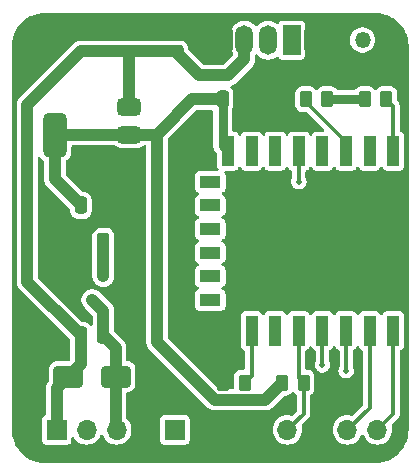
<source format=gtl>
%TF.GenerationSoftware,KiCad,Pcbnew,8.0.7*%
%TF.CreationDate,2025-01-03T22:16:07+08:00*%
%TF.ProjectId,remote_fingers_ESP8266,72656d6f-7465-45f6-9669-6e676572735f,rev?*%
%TF.SameCoordinates,Original*%
%TF.FileFunction,Copper,L1,Top*%
%TF.FilePolarity,Positive*%
%FSLAX46Y46*%
G04 Gerber Fmt 4.6, Leading zero omitted, Abs format (unit mm)*
G04 Created by KiCad (PCBNEW 8.0.7) date 2025-01-03 22:16:07*
%MOMM*%
%LPD*%
G01*
G04 APERTURE LIST*
G04 Aperture macros list*
%AMRoundRect*
0 Rectangle with rounded corners*
0 $1 Rounding radius*
0 $2 $3 $4 $5 $6 $7 $8 $9 X,Y pos of 4 corners*
0 Add a 4 corners polygon primitive as box body*
4,1,4,$2,$3,$4,$5,$6,$7,$8,$9,$2,$3,0*
0 Add four circle primitives for the rounded corners*
1,1,$1+$1,$2,$3*
1,1,$1+$1,$4,$5*
1,1,$1+$1,$6,$7*
1,1,$1+$1,$8,$9*
0 Add four rect primitives between the rounded corners*
20,1,$1+$1,$2,$3,$4,$5,0*
20,1,$1+$1,$4,$5,$6,$7,0*
20,1,$1+$1,$6,$7,$8,$9,0*
20,1,$1+$1,$8,$9,$2,$3,0*%
G04 Aperture macros list end*
%TA.AperFunction,SMDPad,CuDef*%
%ADD10R,1.000000X2.500000*%
%TD*%
%TA.AperFunction,SMDPad,CuDef*%
%ADD11R,1.800000X1.000000*%
%TD*%
%TA.AperFunction,SMDPad,CuDef*%
%ADD12RoundRect,0.375000X0.625000X0.375000X-0.625000X0.375000X-0.625000X-0.375000X0.625000X-0.375000X0*%
%TD*%
%TA.AperFunction,SMDPad,CuDef*%
%ADD13RoundRect,0.500000X0.500000X1.400000X-0.500000X1.400000X-0.500000X-1.400000X0.500000X-1.400000X0*%
%TD*%
%TA.AperFunction,ComponentPad*%
%ADD14O,2.200000X3.500000*%
%TD*%
%TA.AperFunction,ComponentPad*%
%ADD15R,1.500000X2.500000*%
%TD*%
%TA.AperFunction,ComponentPad*%
%ADD16O,1.500000X2.500000*%
%TD*%
%TA.AperFunction,SMDPad,CuDef*%
%ADD17RoundRect,0.250000X0.262500X0.450000X-0.262500X0.450000X-0.262500X-0.450000X0.262500X-0.450000X0*%
%TD*%
%TA.AperFunction,SMDPad,CuDef*%
%ADD18RoundRect,0.250000X-0.262500X-0.450000X0.262500X-0.450000X0.262500X0.450000X-0.262500X0.450000X0*%
%TD*%
%TA.AperFunction,SMDPad,CuDef*%
%ADD19RoundRect,0.200000X-0.200000X0.250000X-0.200000X-0.250000X0.200000X-0.250000X0.200000X0.250000X0*%
%TD*%
%TA.AperFunction,ComponentPad*%
%ADD20R,1.700000X1.700000*%
%TD*%
%TA.AperFunction,ComponentPad*%
%ADD21O,1.700000X1.700000*%
%TD*%
%TA.AperFunction,ComponentPad*%
%ADD22R,1.350000X1.350000*%
%TD*%
%TA.AperFunction,ComponentPad*%
%ADD23O,1.350000X1.350000*%
%TD*%
%TA.AperFunction,SMDPad,CuDef*%
%ADD24RoundRect,0.250000X-1.000000X-0.650000X1.000000X-0.650000X1.000000X0.650000X-1.000000X0.650000X0*%
%TD*%
%TA.AperFunction,SMDPad,CuDef*%
%ADD25RoundRect,0.250000X0.250000X0.475000X-0.250000X0.475000X-0.250000X-0.475000X0.250000X-0.475000X0*%
%TD*%
%TA.AperFunction,SMDPad,CuDef*%
%ADD26RoundRect,0.250000X-0.475000X0.250000X-0.475000X-0.250000X0.475000X-0.250000X0.475000X0.250000X0*%
%TD*%
%TA.AperFunction,ViaPad*%
%ADD27C,0.500000*%
%TD*%
%TA.AperFunction,Conductor*%
%ADD28C,0.300000*%
%TD*%
%TA.AperFunction,Conductor*%
%ADD29C,1.000000*%
%TD*%
%TA.AperFunction,Conductor*%
%ADD30C,0.800000*%
%TD*%
G04 APERTURE END LIST*
D10*
%TO.P,U2,1,~{RST}*%
%TO.N,/#RST*%
X103500000Y-92400000D03*
%TO.P,U2,2,ADC*%
%TO.N,unconnected-(U2-ADC-Pad2)*%
X101500000Y-92400000D03*
%TO.P,U2,3,EN*%
%TO.N,/EN*%
X99500000Y-92400000D03*
%TO.P,U2,4,GPIO16*%
%TO.N,unconnected-(U2-GPIO16-Pad4)*%
X97500000Y-92400000D03*
%TO.P,U2,5,GPIO14*%
%TO.N,/SERVOS_EN*%
X95500000Y-92400000D03*
%TO.P,U2,6,GPIO12*%
%TO.N,unconnected-(U2-GPIO12-Pad6)*%
X93500000Y-92400000D03*
%TO.P,U2,7,GPIO13*%
%TO.N,unconnected-(U2-GPIO13-Pad7)*%
X91500000Y-92400000D03*
%TO.P,U2,8,VCC*%
%TO.N,+3.3V*%
X89500000Y-92400000D03*
D11*
%TO.P,U2,9,CS0*%
%TO.N,unconnected-(U2-CS0-Pad9)*%
X88000000Y-95000000D03*
%TO.P,U2,10,MISO*%
%TO.N,unconnected-(U2-MISO-Pad10)*%
X88000000Y-97000000D03*
%TO.P,U2,11,GPIO9*%
%TO.N,unconnected-(U2-GPIO9-Pad11)*%
X88000000Y-99000000D03*
%TO.P,U2,12,GPIO10*%
%TO.N,unconnected-(U2-GPIO10-Pad12)*%
X88000000Y-101000000D03*
%TO.P,U2,13,MOSI*%
%TO.N,unconnected-(U2-MOSI-Pad13)*%
X88000000Y-103000000D03*
%TO.P,U2,14,SCLK*%
%TO.N,unconnected-(U2-SCLK-Pad14)*%
X88000000Y-105000000D03*
D10*
%TO.P,U2,15,GND*%
%TO.N,GND*%
X89500000Y-107600000D03*
%TO.P,U2,16,GPIO15*%
%TO.N,Net-(U2-GPIO15)*%
X91500000Y-107600000D03*
%TO.P,U2,17,GPIO2*%
%TO.N,unconnected-(U2-GPIO2-Pad17)*%
X93500000Y-107600000D03*
%TO.P,U2,18,GPIO0*%
%TO.N,/GPIO0*%
X95500000Y-107600000D03*
%TO.P,U2,19,GPIO4*%
%TO.N,/GPIO4*%
X97500000Y-107600000D03*
%TO.P,U2,20,GPIO5*%
%TO.N,/GPIO5*%
X99500000Y-107600000D03*
%TO.P,U2,21,GPIO3/RXD*%
%TO.N,/RXD*%
X101500000Y-107600000D03*
%TO.P,U2,22,GPIO1/TXD*%
%TO.N,/TXD*%
X103500000Y-107600000D03*
%TD*%
D12*
%TO.P,U1,1,GND*%
%TO.N,GND*%
X81150000Y-93300000D03*
%TO.P,U1,2,VO*%
%TO.N,+3.3V*%
X81150000Y-91000000D03*
D13*
X74850000Y-91000000D03*
D12*
%TO.P,U1,3,VI*%
%TO.N,VBUS*%
X81150000Y-88700000D03*
%TD*%
D14*
%TO.P,SW1,*%
%TO.N,GND*%
X97000000Y-83000000D03*
X88800000Y-83000000D03*
D15*
%TO.P,SW1,1,A*%
%TO.N,unconnected-(SW1-A-Pad1)*%
X94900000Y-83000000D03*
D16*
%TO.P,SW1,2,B*%
%TO.N,+BATT*%
X92900000Y-83000000D03*
%TO.P,SW1,3,C*%
%TO.N,VBUS*%
X90900000Y-83000000D03*
%TD*%
D17*
%TO.P,R6,2*%
%TO.N,GND*%
X89087500Y-112000000D03*
%TO.P,R6,1*%
%TO.N,Net-(U2-GPIO15)*%
X90912500Y-112000000D03*
%TD*%
D18*
%TO.P,R5,1*%
%TO.N,GND*%
X77087500Y-100000000D03*
%TO.P,R5,2*%
%TO.N,/SERVOS_EN*%
X78912500Y-100000000D03*
%TD*%
D17*
%TO.P,R4,1*%
%TO.N,+3.3V*%
X97912500Y-88000000D03*
%TO.P,R4,2*%
%TO.N,/EN*%
X96087500Y-88000000D03*
%TD*%
%TO.P,R3,1*%
%TO.N,/GPIO0*%
X95912500Y-112000000D03*
%TO.P,R3,2*%
%TO.N,+3.3V*%
X94087500Y-112000000D03*
%TD*%
D18*
%TO.P,R2,1*%
%TO.N,+3.3V*%
X101087500Y-88000000D03*
%TO.P,R2,2*%
%TO.N,/#RST*%
X102912500Y-88000000D03*
%TD*%
D19*
%TO.P,Q1,1,G*%
%TO.N,/SERVOS_EN*%
X78950000Y-103000000D03*
%TO.P,Q1,2,S*%
%TO.N,GND*%
X77050000Y-103000000D03*
%TO.P,Q1,3,D*%
%TO.N,Net-(D1-A)*%
X78000000Y-105000000D03*
%TD*%
D20*
%TO.P,J4,1*%
%TO.N,/GPIO5*%
X85000000Y-116000000D03*
D21*
%TO.P,J4,2*%
%TO.N,GND*%
X87540000Y-116000000D03*
%TD*%
D20*
%TO.P,J3,1*%
%TO.N,GND*%
X92000000Y-116000000D03*
D21*
%TO.P,J3,2*%
%TO.N,/GPIO0*%
X94540000Y-116000000D03*
%TO.P,J3,3*%
%TO.N,GND*%
X97080000Y-116000000D03*
%TO.P,J3,4*%
%TO.N,/RXD*%
X99620000Y-116000000D03*
%TO.P,J3,5*%
%TO.N,/TXD*%
X102160000Y-116000000D03*
%TD*%
D20*
%TO.P,J2,1*%
%TO.N,VBUS*%
X75000000Y-116000000D03*
D21*
%TO.P,J2,2*%
%TO.N,/GPIO4*%
X77540000Y-116000000D03*
%TO.P,J2,3*%
%TO.N,Net-(D1-A)*%
X80080000Y-116000000D03*
%TD*%
D22*
%TO.P,J1,1*%
%TO.N,GND*%
X102900000Y-83000000D03*
D23*
%TO.P,J1,2*%
%TO.N,+BATT*%
X100900000Y-83000000D03*
%TD*%
D24*
%TO.P,D1,2,A*%
%TO.N,Net-(D1-A)*%
X80000000Y-111500000D03*
%TO.P,D1,1,K*%
%TO.N,VBUS*%
X76000000Y-111500000D03*
%TD*%
D25*
%TO.P,C7,1*%
%TO.N,Net-(D1-A)*%
X78950000Y-108000000D03*
%TO.P,C7,2*%
%TO.N,VBUS*%
X77050000Y-108000000D03*
%TD*%
%TO.P,C6,1*%
%TO.N,GND*%
X90950000Y-88000000D03*
%TO.P,C6,2*%
%TO.N,+3.3V*%
X89050000Y-88000000D03*
%TD*%
%TO.P,C3,2*%
%TO.N,+3.3V*%
X77050000Y-97000000D03*
%TO.P,C3,1*%
%TO.N,GND*%
X78950000Y-97000000D03*
%TD*%
D26*
%TO.P,C2,1*%
%TO.N,GND*%
X82500000Y-82050000D03*
%TO.P,C2,2*%
%TO.N,VBUS*%
X82500000Y-83950000D03*
%TD*%
%TO.P,C1,2*%
%TO.N,VBUS*%
X85000000Y-83950000D03*
%TO.P,C1,1*%
%TO.N,GND*%
X85000000Y-82050000D03*
%TD*%
D27*
%TO.N,GND*%
X92000000Y-90000000D03*
X95500000Y-90000000D03*
X72500000Y-113000000D03*
X72500000Y-109500000D03*
X72000000Y-106000000D03*
X72500000Y-85500000D03*
X73500000Y-83000000D03*
X76500000Y-82000000D03*
X80000000Y-82000000D03*
X78000000Y-93000000D03*
X81500000Y-99000000D03*
X81500000Y-104500000D03*
X81500000Y-108000000D03*
X75000000Y-103500000D03*
X75000000Y-100000000D03*
X75000000Y-97500000D03*
X75000000Y-109000000D03*
X82500000Y-115500000D03*
X82500000Y-112000000D03*
X86500000Y-114000000D03*
X94500000Y-114000000D03*
X98500000Y-113500000D03*
X102000000Y-96000000D03*
X102000000Y-103500000D03*
X97000000Y-103500000D03*
X91000000Y-103500000D03*
X91000000Y-96000000D03*
X85500000Y-107500000D03*
X85500000Y-103500000D03*
X85500000Y-99500000D03*
X85500000Y-95500000D03*
X85500000Y-92000000D03*
%TO.N,+3.3V*%
X99500000Y-88000000D03*
X86500000Y-88000000D03*
%TO.N,/SERVOS_EN*%
X95500000Y-95000000D03*
X78912500Y-101500000D03*
%TO.N,/GPIO4*%
X97500000Y-110500000D03*
%TO.N,/GPIO5*%
X99500000Y-111000000D03*
%TD*%
D28*
%TO.N,/SERVOS_EN*%
X95500000Y-92400000D02*
X95500000Y-95000000D01*
D29*
X78912500Y-101500000D02*
X78912500Y-102962500D01*
D30*
%TO.N,GND*%
X87540000Y-116000000D02*
X92000000Y-116000000D01*
D29*
%TO.N,+3.3V*%
X92627500Y-113460000D02*
X94087500Y-112000000D01*
X88399716Y-113460000D02*
X92627500Y-113460000D01*
X83500000Y-108560284D02*
X88399716Y-113460000D01*
X83500000Y-91000000D02*
X83500000Y-108560284D01*
X83750000Y-90750000D02*
X86500000Y-88000000D01*
X83500000Y-91000000D02*
X83750000Y-90750000D01*
X81150000Y-91000000D02*
X83500000Y-91000000D01*
X86500000Y-88000000D02*
X89050000Y-88000000D01*
D30*
X89050000Y-91950000D02*
X89500000Y-92400000D01*
X89050000Y-88000000D02*
X89050000Y-91950000D01*
D29*
%TO.N,VBUS*%
X81150000Y-84275000D02*
X81475000Y-83950000D01*
X81150000Y-88700000D02*
X81150000Y-84275000D01*
X81475000Y-83950000D02*
X82500000Y-83950000D01*
D28*
%TO.N,/GPIO4*%
X97500000Y-110500000D02*
X97500000Y-107600000D01*
%TO.N,/GPIO5*%
X99500000Y-111000000D02*
X99500000Y-107600000D01*
D30*
%TO.N,GND*%
X89500000Y-111587500D02*
X89087500Y-112000000D01*
X89500000Y-107600000D02*
X89500000Y-111587500D01*
X92950000Y-86000000D02*
X97000000Y-86000000D01*
X97000000Y-86000000D02*
X100500000Y-86000000D01*
X97000000Y-83000000D02*
X97000000Y-86000000D01*
D29*
X87850000Y-82050000D02*
X88800000Y-83000000D01*
X85000000Y-82050000D02*
X87850000Y-82050000D01*
D30*
X102900000Y-83600000D02*
X102900000Y-83000000D01*
X100500000Y-86000000D02*
X102900000Y-83600000D01*
X90950000Y-88000000D02*
X92950000Y-86000000D01*
D29*
%TO.N,VBUS*%
X72500000Y-103450000D02*
X77050000Y-108000000D01*
X72500000Y-88500000D02*
X72500000Y-103450000D01*
X77050000Y-83950000D02*
X72500000Y-88500000D01*
X82500000Y-83950000D02*
X77050000Y-83950000D01*
D28*
%TO.N,/EN*%
X99500000Y-91650000D02*
X96087500Y-88237500D01*
X99500000Y-92400000D02*
X99500000Y-91650000D01*
X96087500Y-88237500D02*
X96087500Y-88000000D01*
%TO.N,/#RST*%
X103500000Y-88587500D02*
X102912500Y-88000000D01*
X103500000Y-92400000D02*
X103500000Y-88587500D01*
D30*
%TO.N,+3.3V*%
X101087500Y-88000000D02*
X97912500Y-88000000D01*
D29*
%TO.N,GND*%
X85000000Y-82050000D02*
X82500000Y-82050000D01*
%TO.N,VBUS*%
X90900000Y-84600000D02*
X90900000Y-83000000D01*
X89500000Y-86000000D02*
X90900000Y-84600000D01*
X87050000Y-86000000D02*
X89500000Y-86000000D01*
X85000000Y-83950000D02*
X87050000Y-86000000D01*
X82500000Y-83950000D02*
X85000000Y-83950000D01*
%TO.N,/SERVOS_EN*%
X78912500Y-102962500D02*
X78950000Y-103000000D01*
X78912500Y-100000000D02*
X78912500Y-101500000D01*
%TO.N,+3.3V*%
X74850000Y-94800000D02*
X77050000Y-97000000D01*
X74850000Y-91000000D02*
X74850000Y-94800000D01*
X81150000Y-91000000D02*
X74850000Y-91000000D01*
%TO.N,GND*%
X78950000Y-95500000D02*
X81150000Y-93300000D01*
X78950000Y-97000000D02*
X78950000Y-95500000D01*
X77087500Y-99677216D02*
X77087500Y-100000000D01*
X78950000Y-97814716D02*
X77087500Y-99677216D01*
X78950000Y-97000000D02*
X78950000Y-97814716D01*
X77087500Y-102962500D02*
X77050000Y-103000000D01*
X77087500Y-100000000D02*
X77087500Y-102962500D01*
%TO.N,VBUS*%
X75000000Y-112500000D02*
X76000000Y-111500000D01*
X75000000Y-116000000D02*
X75000000Y-112500000D01*
X77050000Y-110450000D02*
X76000000Y-111500000D01*
X77050000Y-108000000D02*
X77050000Y-110450000D01*
%TO.N,Net-(D1-A)*%
X78950000Y-105950000D02*
X78950000Y-108000000D01*
X78000000Y-105000000D02*
X78950000Y-105950000D01*
X80000000Y-109050000D02*
X78950000Y-108000000D01*
X80000000Y-111500000D02*
X80000000Y-109050000D01*
X80000000Y-115920000D02*
X80080000Y-116000000D01*
X80000000Y-111500000D02*
X80000000Y-115920000D01*
D28*
%TO.N,/GPIO0*%
X95912500Y-114627500D02*
X94540000Y-116000000D01*
X95912500Y-112000000D02*
X95912500Y-114627500D01*
X95500000Y-111587500D02*
X95912500Y-112000000D01*
X95500000Y-107600000D02*
X95500000Y-111587500D01*
%TO.N,Net-(U2-GPIO15)*%
X91500000Y-111412500D02*
X90912500Y-112000000D01*
X91500000Y-107600000D02*
X91500000Y-111412500D01*
%TO.N,/TXD*%
X103500000Y-114660000D02*
X102160000Y-116000000D01*
X103500000Y-107600000D02*
X103500000Y-114660000D01*
%TO.N,/RXD*%
X101500000Y-114120000D02*
X99620000Y-116000000D01*
X101500000Y-107600000D02*
X101500000Y-114120000D01*
%TD*%
%TA.AperFunction,Conductor*%
%TO.N,GND*%
G36*
X102003472Y-80700695D02*
G01*
X102306503Y-80717713D01*
X102320301Y-80719267D01*
X102616080Y-80769522D01*
X102629636Y-80772616D01*
X102917927Y-80855672D01*
X102931051Y-80860265D01*
X103208222Y-80975072D01*
X103220744Y-80981101D01*
X103423184Y-81092986D01*
X103483328Y-81126227D01*
X103495102Y-81133625D01*
X103739789Y-81307239D01*
X103750657Y-81315907D01*
X103974352Y-81515815D01*
X103984184Y-81525647D01*
X104141614Y-81701810D01*
X104156513Y-81718482D01*
X104184092Y-81749342D01*
X104192763Y-81760214D01*
X104366374Y-82004897D01*
X104373772Y-82016671D01*
X104518894Y-82279248D01*
X104524927Y-82291777D01*
X104639734Y-82568948D01*
X104644327Y-82582072D01*
X104727383Y-82870363D01*
X104730477Y-82883920D01*
X104780730Y-83179688D01*
X104782287Y-83193506D01*
X104799305Y-83496527D01*
X104799500Y-83503480D01*
X104799500Y-115996519D01*
X104799305Y-116003472D01*
X104782287Y-116306493D01*
X104780730Y-116320311D01*
X104730477Y-116616079D01*
X104727383Y-116629636D01*
X104644327Y-116917927D01*
X104639734Y-116931051D01*
X104524927Y-117208222D01*
X104518894Y-117220751D01*
X104373772Y-117483328D01*
X104366374Y-117495102D01*
X104192763Y-117739785D01*
X104184092Y-117750657D01*
X103984184Y-117974352D01*
X103974352Y-117984184D01*
X103750657Y-118184092D01*
X103739785Y-118192763D01*
X103495102Y-118366374D01*
X103483328Y-118373772D01*
X103220751Y-118518894D01*
X103208222Y-118524927D01*
X102931051Y-118639734D01*
X102917927Y-118644327D01*
X102629636Y-118727383D01*
X102616079Y-118730477D01*
X102320311Y-118780730D01*
X102306493Y-118782287D01*
X102003472Y-118799305D01*
X101996519Y-118799500D01*
X74003481Y-118799500D01*
X73996528Y-118799305D01*
X73693506Y-118782287D01*
X73679688Y-118780730D01*
X73383920Y-118730477D01*
X73370363Y-118727383D01*
X73082072Y-118644327D01*
X73068948Y-118639734D01*
X72791777Y-118524927D01*
X72779248Y-118518894D01*
X72516671Y-118373772D01*
X72504897Y-118366374D01*
X72260214Y-118192763D01*
X72249342Y-118184092D01*
X72025647Y-117984184D01*
X72015815Y-117974352D01*
X71815907Y-117750657D01*
X71807236Y-117739785D01*
X71633625Y-117495102D01*
X71626227Y-117483328D01*
X71497547Y-117250500D01*
X71481101Y-117220744D01*
X71475072Y-117208222D01*
X71462574Y-117178050D01*
X71450347Y-117148531D01*
X71360265Y-116931051D01*
X71355672Y-116917927D01*
X71272616Y-116629636D01*
X71269522Y-116616079D01*
X71250030Y-116501356D01*
X71219267Y-116320301D01*
X71217713Y-116306503D01*
X71200695Y-116003472D01*
X71200500Y-115996519D01*
X71200500Y-88411304D01*
X71599500Y-88411304D01*
X71599500Y-103538696D01*
X71634103Y-103712658D01*
X71634105Y-103712666D01*
X71659733Y-103774537D01*
X71701984Y-103876542D01*
X71701985Y-103876544D01*
X71761063Y-103964960D01*
X71761064Y-103964961D01*
X71800534Y-104024034D01*
X71800535Y-104024035D01*
X76113181Y-108336680D01*
X76146666Y-108398003D01*
X76149500Y-108424361D01*
X76149500Y-110025637D01*
X76129815Y-110092676D01*
X76113182Y-110113317D01*
X76063320Y-110163180D01*
X76001997Y-110196666D01*
X75975638Y-110199500D01*
X74934298Y-110199500D01*
X74897432Y-110202401D01*
X74897426Y-110202402D01*
X74739606Y-110248254D01*
X74739603Y-110248255D01*
X74598137Y-110331917D01*
X74598129Y-110331923D01*
X74481923Y-110448129D01*
X74481917Y-110448137D01*
X74398255Y-110589603D01*
X74398254Y-110589606D01*
X74352402Y-110747426D01*
X74352401Y-110747432D01*
X74349500Y-110784298D01*
X74349500Y-111825638D01*
X74329815Y-111892677D01*
X74313181Y-111913319D01*
X74300535Y-111925964D01*
X74300533Y-111925966D01*
X74275792Y-111962997D01*
X74275790Y-111963000D01*
X74201987Y-112073452D01*
X74201984Y-112073457D01*
X74190792Y-112100481D01*
X74190791Y-112100484D01*
X74134105Y-112237333D01*
X74134103Y-112237341D01*
X74108532Y-112365892D01*
X74108533Y-112365893D01*
X74099500Y-112411308D01*
X74099500Y-114650252D01*
X74079815Y-114717291D01*
X74031795Y-114760737D01*
X74024696Y-114764353D01*
X74024696Y-114764354D01*
X73911658Y-114821950D01*
X73911657Y-114821951D01*
X73911652Y-114821954D01*
X73821954Y-114911652D01*
X73821951Y-114911657D01*
X73821950Y-114911658D01*
X73802751Y-114949337D01*
X73764352Y-115024698D01*
X73749500Y-115118475D01*
X73749500Y-116881517D01*
X73760292Y-116949657D01*
X73764354Y-116975304D01*
X73821950Y-117088342D01*
X73821952Y-117088344D01*
X73821954Y-117088347D01*
X73911652Y-117178045D01*
X73911654Y-117178046D01*
X73911658Y-117178050D01*
X74024694Y-117235645D01*
X74024698Y-117235647D01*
X74118475Y-117250499D01*
X74118481Y-117250500D01*
X75881518Y-117250499D01*
X75975304Y-117235646D01*
X76088342Y-117178050D01*
X76178050Y-117088342D01*
X76235646Y-116975304D01*
X76235646Y-116975302D01*
X76235647Y-116975301D01*
X76250499Y-116881524D01*
X76250500Y-116881519D01*
X76250499Y-116731859D01*
X76270183Y-116664823D01*
X76322987Y-116619068D01*
X76392145Y-116609124D01*
X76455701Y-116638149D01*
X76476073Y-116660738D01*
X76578402Y-116806877D01*
X76733123Y-116961598D01*
X76912361Y-117087102D01*
X77110670Y-117179575D01*
X77322023Y-117236207D01*
X77504926Y-117252208D01*
X77539998Y-117255277D01*
X77540000Y-117255277D01*
X77540002Y-117255277D01*
X77568254Y-117252805D01*
X77757977Y-117236207D01*
X77969330Y-117179575D01*
X78167639Y-117087102D01*
X78346877Y-116961598D01*
X78501598Y-116806877D01*
X78627102Y-116627639D01*
X78697618Y-116476414D01*
X78743790Y-116423977D01*
X78810984Y-116404825D01*
X78877865Y-116425041D01*
X78922381Y-116476414D01*
X78992898Y-116627639D01*
X79118402Y-116806877D01*
X79273123Y-116961598D01*
X79452361Y-117087102D01*
X79650670Y-117179575D01*
X79862023Y-117236207D01*
X80044926Y-117252208D01*
X80079998Y-117255277D01*
X80080000Y-117255277D01*
X80080002Y-117255277D01*
X80108254Y-117252805D01*
X80297977Y-117236207D01*
X80509330Y-117179575D01*
X80707639Y-117087102D01*
X80886877Y-116961598D01*
X81041598Y-116806877D01*
X81167102Y-116627639D01*
X81259575Y-116429330D01*
X81316207Y-116217977D01*
X81335277Y-116000000D01*
X81334972Y-115996519D01*
X81331569Y-115957618D01*
X81316207Y-115782023D01*
X81259575Y-115570670D01*
X81167102Y-115372362D01*
X81167100Y-115372359D01*
X81167099Y-115372357D01*
X81041597Y-115193121D01*
X80966951Y-115118475D01*
X83749500Y-115118475D01*
X83749500Y-116881517D01*
X83760292Y-116949657D01*
X83764354Y-116975304D01*
X83821950Y-117088342D01*
X83821952Y-117088344D01*
X83821954Y-117088347D01*
X83911652Y-117178045D01*
X83911654Y-117178046D01*
X83911658Y-117178050D01*
X84024694Y-117235645D01*
X84024698Y-117235647D01*
X84118475Y-117250499D01*
X84118481Y-117250500D01*
X85881518Y-117250499D01*
X85975304Y-117235646D01*
X86088342Y-117178050D01*
X86178050Y-117088342D01*
X86235646Y-116975304D01*
X86235646Y-116975302D01*
X86235647Y-116975301D01*
X86250499Y-116881524D01*
X86250500Y-116881519D01*
X86250499Y-115118482D01*
X86235646Y-115024696D01*
X86178050Y-114911658D01*
X86178046Y-114911654D01*
X86178045Y-114911652D01*
X86088347Y-114821954D01*
X86088344Y-114821952D01*
X86088342Y-114821950D01*
X86011517Y-114782805D01*
X85975301Y-114764352D01*
X85881524Y-114749500D01*
X84118482Y-114749500D01*
X84037519Y-114762323D01*
X84024696Y-114764354D01*
X83911658Y-114821950D01*
X83911657Y-114821951D01*
X83911652Y-114821954D01*
X83821954Y-114911652D01*
X83821951Y-114911657D01*
X83821950Y-114911658D01*
X83802751Y-114949337D01*
X83764352Y-115024698D01*
X83749500Y-115118475D01*
X80966951Y-115118475D01*
X80936819Y-115088343D01*
X80903334Y-115027020D01*
X80900500Y-115000662D01*
X80900500Y-112924500D01*
X80920185Y-112857461D01*
X80972989Y-112811706D01*
X81024500Y-112800500D01*
X81065686Y-112800500D01*
X81065694Y-112800500D01*
X81102569Y-112797598D01*
X81102571Y-112797597D01*
X81102573Y-112797597D01*
X81144191Y-112785505D01*
X81260398Y-112751744D01*
X81401865Y-112668081D01*
X81518081Y-112551865D01*
X81601744Y-112410398D01*
X81647598Y-112252569D01*
X81650500Y-112215694D01*
X81650500Y-110784306D01*
X81647598Y-110747431D01*
X81637495Y-110712658D01*
X81601745Y-110589606D01*
X81601744Y-110589603D01*
X81601744Y-110589602D01*
X81518081Y-110448135D01*
X81518079Y-110448133D01*
X81518076Y-110448129D01*
X81401870Y-110331923D01*
X81401862Y-110331917D01*
X81260396Y-110248255D01*
X81260393Y-110248254D01*
X81102573Y-110202402D01*
X81102567Y-110202401D01*
X81065701Y-110199500D01*
X81065694Y-110199500D01*
X81024500Y-110199500D01*
X80957461Y-110179815D01*
X80911706Y-110127011D01*
X80900500Y-110075500D01*
X80900500Y-108961307D01*
X80900499Y-108961303D01*
X80884629Y-108881517D01*
X80865895Y-108787334D01*
X80829497Y-108699464D01*
X80798013Y-108623453D01*
X80699464Y-108475965D01*
X80574035Y-108350536D01*
X79886819Y-107663319D01*
X79853334Y-107601996D01*
X79850500Y-107575638D01*
X79850500Y-105861309D01*
X79845276Y-105835044D01*
X79845276Y-105835042D01*
X79845276Y-105835041D01*
X79815896Y-105687341D01*
X79815895Y-105687334D01*
X79748013Y-105523453D01*
X79748012Y-105523452D01*
X79748009Y-105523446D01*
X79649464Y-105375964D01*
X79649461Y-105375960D01*
X78741376Y-104467876D01*
X78730078Y-104453151D01*
X78729484Y-104453608D01*
X78724536Y-104447160D01*
X78724536Y-104447159D01*
X78628282Y-104321718D01*
X78502841Y-104225464D01*
X78502839Y-104225463D01*
X78356761Y-104164955D01*
X78345387Y-104163458D01*
X78344190Y-104163300D01*
X78312925Y-104154923D01*
X78262666Y-104134105D01*
X78262658Y-104134103D01*
X78088696Y-104099500D01*
X78088692Y-104099500D01*
X77911308Y-104099500D01*
X77911303Y-104099500D01*
X77737339Y-104134103D01*
X77737328Y-104134107D01*
X77687072Y-104154923D01*
X77655814Y-104163299D01*
X77643239Y-104164955D01*
X77497160Y-104225463D01*
X77371716Y-104321719D01*
X77275464Y-104447158D01*
X77275460Y-104447165D01*
X77262339Y-104478840D01*
X77250884Y-104500271D01*
X77201987Y-104573453D01*
X77134105Y-104737333D01*
X77134103Y-104737341D01*
X77099500Y-104911303D01*
X77099500Y-105088696D01*
X77134103Y-105262658D01*
X77134105Y-105262666D01*
X77201986Y-105426543D01*
X77201991Y-105426552D01*
X77250882Y-105499722D01*
X77262340Y-105521158D01*
X77275464Y-105552841D01*
X77371718Y-105678282D01*
X77497159Y-105774536D01*
X77497160Y-105774536D01*
X77503608Y-105779484D01*
X77503151Y-105780078D01*
X77517876Y-105791376D01*
X78013181Y-106286681D01*
X78046666Y-106348004D01*
X78049500Y-106374362D01*
X78049500Y-107061175D01*
X78029815Y-107128214D01*
X77977011Y-107173969D01*
X77907853Y-107183913D01*
X77844297Y-107154888D01*
X77822909Y-107129260D01*
X77822861Y-107129298D01*
X77821798Y-107127928D01*
X77818769Y-107124298D01*
X77818082Y-107123137D01*
X77818081Y-107123135D01*
X77818079Y-107123133D01*
X77818076Y-107123129D01*
X77701870Y-107006923D01*
X77701862Y-107006917D01*
X77560396Y-106923255D01*
X77560393Y-106923254D01*
X77402573Y-106877402D01*
X77402567Y-106877401D01*
X77365701Y-106874500D01*
X77365694Y-106874500D01*
X77249361Y-106874500D01*
X77182322Y-106854815D01*
X77161680Y-106838181D01*
X73436819Y-103113319D01*
X73403334Y-103051996D01*
X73400500Y-103025638D01*
X73400500Y-99484298D01*
X77999500Y-99484298D01*
X77999500Y-100515701D01*
X78002401Y-100552567D01*
X78002402Y-100552569D01*
X78007076Y-100568658D01*
X78012000Y-100603252D01*
X78012000Y-103051196D01*
X78046603Y-103225159D01*
X78046605Y-103225166D01*
X78073196Y-103289360D01*
X78114484Y-103389041D01*
X78114488Y-103389048D01*
X78139544Y-103426547D01*
X78139544Y-103426548D01*
X78213031Y-103536530D01*
X78216755Y-103541068D01*
X78220467Y-103546431D01*
X78220517Y-103546394D01*
X78281066Y-103625304D01*
X78321718Y-103678282D01*
X78447159Y-103774536D01*
X78593238Y-103835044D01*
X78594986Y-103835274D01*
X78605805Y-103836699D01*
X78637075Y-103845077D01*
X78669608Y-103858552D01*
X78687334Y-103865895D01*
X78786631Y-103885646D01*
X78861303Y-103900499D01*
X78861307Y-103900500D01*
X78861308Y-103900500D01*
X79038693Y-103900500D01*
X79038694Y-103900499D01*
X79212666Y-103865895D01*
X79262924Y-103845076D01*
X79294191Y-103836698D01*
X79306762Y-103835044D01*
X79452841Y-103774536D01*
X79578282Y-103678282D01*
X79674536Y-103552841D01*
X79687660Y-103521154D01*
X79699112Y-103499728D01*
X79748012Y-103426547D01*
X79815895Y-103262666D01*
X79850500Y-103088692D01*
X79850500Y-102911308D01*
X79815895Y-102737334D01*
X79815383Y-102734759D01*
X79813000Y-102710568D01*
X79813000Y-100603252D01*
X79817923Y-100568658D01*
X79822598Y-100552569D01*
X79825500Y-100515694D01*
X79825500Y-99484306D01*
X79822598Y-99447431D01*
X79776744Y-99289602D01*
X79693081Y-99148135D01*
X79693079Y-99148133D01*
X79693076Y-99148129D01*
X79576870Y-99031923D01*
X79576862Y-99031917D01*
X79435396Y-98948255D01*
X79435393Y-98948254D01*
X79277573Y-98902402D01*
X79277567Y-98902401D01*
X79240701Y-98899500D01*
X79240694Y-98899500D01*
X78584306Y-98899500D01*
X78584298Y-98899500D01*
X78547432Y-98902401D01*
X78547426Y-98902402D01*
X78389606Y-98948254D01*
X78389603Y-98948255D01*
X78248137Y-99031917D01*
X78248129Y-99031923D01*
X78131923Y-99148129D01*
X78131917Y-99148137D01*
X78048255Y-99289603D01*
X78048254Y-99289606D01*
X78002402Y-99447426D01*
X78002401Y-99447432D01*
X77999500Y-99484298D01*
X73400500Y-99484298D01*
X73400500Y-93008538D01*
X73420185Y-92941499D01*
X73472989Y-92895744D01*
X73542147Y-92885800D01*
X73605703Y-92914825D01*
X73620859Y-92930495D01*
X73709743Y-93040257D01*
X73856851Y-93159383D01*
X73881793Y-93172091D01*
X73932589Y-93220062D01*
X73949500Y-93282576D01*
X73949500Y-94888696D01*
X73984103Y-95062658D01*
X73984105Y-95062666D01*
X74017675Y-95143710D01*
X74051987Y-95226547D01*
X74051988Y-95226549D01*
X74104089Y-95304523D01*
X74104090Y-95304524D01*
X74150537Y-95374038D01*
X74150538Y-95374039D01*
X76113181Y-97336681D01*
X76146666Y-97398004D01*
X76149500Y-97424362D01*
X76149500Y-97540701D01*
X76152401Y-97577567D01*
X76152402Y-97577573D01*
X76198254Y-97735393D01*
X76198255Y-97735396D01*
X76281917Y-97876862D01*
X76281923Y-97876870D01*
X76398129Y-97993076D01*
X76398133Y-97993079D01*
X76398135Y-97993081D01*
X76539602Y-98076744D01*
X76581224Y-98088836D01*
X76697426Y-98122597D01*
X76697429Y-98122597D01*
X76697431Y-98122598D01*
X76734306Y-98125500D01*
X76734314Y-98125500D01*
X77365686Y-98125500D01*
X77365694Y-98125500D01*
X77402569Y-98122598D01*
X77402571Y-98122597D01*
X77402573Y-98122597D01*
X77444269Y-98110483D01*
X77560398Y-98076744D01*
X77701865Y-97993081D01*
X77818081Y-97876865D01*
X77901744Y-97735398D01*
X77947598Y-97577569D01*
X77950500Y-97540694D01*
X77950500Y-96459306D01*
X77947598Y-96422431D01*
X77901744Y-96264602D01*
X77818081Y-96123135D01*
X77818079Y-96123133D01*
X77818076Y-96123129D01*
X77701870Y-96006923D01*
X77701862Y-96006917D01*
X77560396Y-95923255D01*
X77560393Y-95923254D01*
X77402573Y-95877402D01*
X77402567Y-95877401D01*
X77365701Y-95874500D01*
X77365694Y-95874500D01*
X77249362Y-95874500D01*
X77182323Y-95854815D01*
X77161681Y-95838181D01*
X75786819Y-94463319D01*
X75753334Y-94401996D01*
X75750500Y-94375638D01*
X75750500Y-93282576D01*
X75770185Y-93215537D01*
X75818205Y-93172091D01*
X75843149Y-93159383D01*
X75990257Y-93040257D01*
X76109383Y-92893149D01*
X76113128Y-92885800D01*
X76129835Y-92853008D01*
X76195320Y-92724488D01*
X76244312Y-92541645D01*
X76250500Y-92463021D01*
X76250500Y-92024500D01*
X76270185Y-91957461D01*
X76322989Y-91911706D01*
X76374500Y-91900500D01*
X79902415Y-91900500D01*
X79969454Y-91920185D01*
X79990096Y-91936819D01*
X80038424Y-91985147D01*
X80186394Y-92078122D01*
X80351343Y-92135841D01*
X80351349Y-92135841D01*
X80351351Y-92135842D01*
X80392750Y-92140506D01*
X80481442Y-92150499D01*
X80481445Y-92150500D01*
X80481448Y-92150500D01*
X81818555Y-92150500D01*
X81818556Y-92150499D01*
X81948657Y-92135841D01*
X82113606Y-92078122D01*
X82261576Y-91985147D01*
X82309904Y-91936819D01*
X82371227Y-91903334D01*
X82397585Y-91900500D01*
X82475500Y-91900500D01*
X82542539Y-91920185D01*
X82588294Y-91972989D01*
X82599500Y-92024500D01*
X82599500Y-108648980D01*
X82634103Y-108822943D01*
X82634104Y-108822947D01*
X82634105Y-108822950D01*
X82651894Y-108865895D01*
X82701984Y-108986826D01*
X82701985Y-108986828D01*
X82761063Y-109075244D01*
X82761064Y-109075245D01*
X82800534Y-109134318D01*
X82800535Y-109134319D01*
X87825674Y-114159459D01*
X87825677Y-114159462D01*
X87866877Y-114186991D01*
X87866876Y-114186991D01*
X87973165Y-114258010D01*
X87973169Y-114258013D01*
X88021168Y-114277895D01*
X88137050Y-114325895D01*
X88311019Y-114360499D01*
X88311023Y-114360500D01*
X88311024Y-114360500D01*
X92716193Y-114360500D01*
X92716194Y-114360499D01*
X92890166Y-114325895D01*
X92978066Y-114289485D01*
X93054047Y-114258013D01*
X93106828Y-114222745D01*
X93160339Y-114186991D01*
X93174072Y-114177814D01*
X93201536Y-114159464D01*
X94224181Y-113136819D01*
X94285504Y-113103334D01*
X94311862Y-113100500D01*
X94415686Y-113100500D01*
X94415694Y-113100500D01*
X94452569Y-113097598D01*
X94452571Y-113097597D01*
X94452573Y-113097597D01*
X94494191Y-113085505D01*
X94610398Y-113051744D01*
X94751865Y-112968081D01*
X94868081Y-112851865D01*
X94893268Y-112809276D01*
X94944337Y-112761593D01*
X95013078Y-112749089D01*
X95077668Y-112775734D01*
X95106732Y-112809276D01*
X95131917Y-112851862D01*
X95131923Y-112851870D01*
X95248129Y-112968076D01*
X95248132Y-112968078D01*
X95248135Y-112968081D01*
X95301122Y-112999417D01*
X95348804Y-113050484D01*
X95362000Y-113106148D01*
X95362000Y-114348112D01*
X95342315Y-114415151D01*
X95325681Y-114435793D01*
X94997648Y-114763825D01*
X94936325Y-114797310D01*
X94877874Y-114795919D01*
X94757977Y-114763793D01*
X94540002Y-114744723D01*
X94539998Y-114744723D01*
X94394682Y-114757436D01*
X94322023Y-114763793D01*
X94322020Y-114763793D01*
X94110677Y-114820422D01*
X94110670Y-114820424D01*
X94110670Y-114820425D01*
X94107391Y-114821954D01*
X93912361Y-114912898D01*
X93912357Y-114912900D01*
X93733121Y-115038402D01*
X93578402Y-115193121D01*
X93452900Y-115372357D01*
X93452898Y-115372361D01*
X93360426Y-115570668D01*
X93360422Y-115570677D01*
X93303793Y-115782020D01*
X93303793Y-115782024D01*
X93284723Y-115999997D01*
X93284723Y-116000002D01*
X93303793Y-116217975D01*
X93303793Y-116217979D01*
X93360422Y-116429322D01*
X93360424Y-116429326D01*
X93360425Y-116429330D01*
X93382382Y-116476416D01*
X93452897Y-116627638D01*
X93452898Y-116627639D01*
X93578402Y-116806877D01*
X93733123Y-116961598D01*
X93912361Y-117087102D01*
X94110670Y-117179575D01*
X94322023Y-117236207D01*
X94504926Y-117252208D01*
X94539998Y-117255277D01*
X94540000Y-117255277D01*
X94540002Y-117255277D01*
X94568254Y-117252805D01*
X94757977Y-117236207D01*
X94969330Y-117179575D01*
X95167639Y-117087102D01*
X95346877Y-116961598D01*
X95501598Y-116806877D01*
X95627102Y-116627639D01*
X95719575Y-116429330D01*
X95776207Y-116217977D01*
X95795277Y-116000000D01*
X95794972Y-115996519D01*
X95791569Y-115957618D01*
X95776207Y-115782023D01*
X95744080Y-115662123D01*
X95745743Y-115592273D01*
X95776172Y-115542351D01*
X96353010Y-114965515D01*
X96425484Y-114839985D01*
X96463000Y-114699975D01*
X96463000Y-113106148D01*
X96482685Y-113039109D01*
X96523877Y-112999417D01*
X96576865Y-112968081D01*
X96693081Y-112851865D01*
X96776744Y-112710398D01*
X96822598Y-112552569D01*
X96825500Y-112515694D01*
X96825500Y-111484306D01*
X96822598Y-111447431D01*
X96818849Y-111434528D01*
X96776745Y-111289606D01*
X96776744Y-111289603D01*
X96776744Y-111289602D01*
X96693081Y-111148135D01*
X96693079Y-111148133D01*
X96693076Y-111148129D01*
X96576870Y-111031923D01*
X96576862Y-111031917D01*
X96435396Y-110948255D01*
X96435393Y-110948254D01*
X96277573Y-110902402D01*
X96277567Y-110902401D01*
X96240701Y-110899500D01*
X96240694Y-110899500D01*
X96174500Y-110899500D01*
X96107461Y-110879815D01*
X96061706Y-110827011D01*
X96050500Y-110775500D01*
X96050500Y-109349748D01*
X96070185Y-109282709D01*
X96118205Y-109239263D01*
X96125304Y-109235646D01*
X96238342Y-109178050D01*
X96328050Y-109088342D01*
X96385646Y-108975304D01*
X96385646Y-108975301D01*
X96389515Y-108967709D01*
X96437490Y-108916913D01*
X96505311Y-108900118D01*
X96571446Y-108922655D01*
X96610485Y-108967709D01*
X96614353Y-108975301D01*
X96614354Y-108975304D01*
X96671950Y-109088342D01*
X96671952Y-109088344D01*
X96671954Y-109088347D01*
X96761652Y-109178045D01*
X96761656Y-109178048D01*
X96761658Y-109178050D01*
X96874696Y-109235646D01*
X96874699Y-109235646D01*
X96881795Y-109239262D01*
X96932591Y-109287236D01*
X96949500Y-109349747D01*
X96949500Y-110113780D01*
X96929815Y-110180819D01*
X96927552Y-110184217D01*
X96919780Y-110195476D01*
X96863762Y-110343181D01*
X96844722Y-110499999D01*
X96844722Y-110500000D01*
X96863762Y-110656818D01*
X96912113Y-110784306D01*
X96919780Y-110804523D01*
X97009517Y-110934530D01*
X97127760Y-111039283D01*
X97127762Y-111039284D01*
X97267634Y-111112696D01*
X97421014Y-111150500D01*
X97421015Y-111150500D01*
X97578985Y-111150500D01*
X97732365Y-111112696D01*
X97742604Y-111107322D01*
X97872240Y-111039283D01*
X97990483Y-110934530D01*
X98080220Y-110804523D01*
X98136237Y-110656818D01*
X98155278Y-110500000D01*
X98148981Y-110448135D01*
X98136237Y-110343181D01*
X98100236Y-110248255D01*
X98080220Y-110195477D01*
X98072448Y-110184217D01*
X98050567Y-110117862D01*
X98050500Y-110113780D01*
X98050500Y-109349748D01*
X98070185Y-109282709D01*
X98118205Y-109239263D01*
X98125304Y-109235646D01*
X98238342Y-109178050D01*
X98328050Y-109088342D01*
X98385646Y-108975304D01*
X98385646Y-108975301D01*
X98389515Y-108967709D01*
X98437490Y-108916913D01*
X98505311Y-108900118D01*
X98571446Y-108922655D01*
X98610485Y-108967709D01*
X98614353Y-108975301D01*
X98614354Y-108975304D01*
X98671950Y-109088342D01*
X98671952Y-109088344D01*
X98671954Y-109088347D01*
X98761652Y-109178045D01*
X98761656Y-109178048D01*
X98761658Y-109178050D01*
X98874696Y-109235646D01*
X98874699Y-109235646D01*
X98881795Y-109239262D01*
X98932591Y-109287236D01*
X98949500Y-109349747D01*
X98949500Y-110613780D01*
X98929815Y-110680819D01*
X98927552Y-110684217D01*
X98919780Y-110695476D01*
X98863762Y-110843181D01*
X98844722Y-110999999D01*
X98844722Y-111000000D01*
X98863762Y-111156818D01*
X98912682Y-111285807D01*
X98919780Y-111304523D01*
X99009517Y-111434530D01*
X99127760Y-111539283D01*
X99127762Y-111539284D01*
X99267634Y-111612696D01*
X99421014Y-111650500D01*
X99421015Y-111650500D01*
X99578985Y-111650500D01*
X99732365Y-111612696D01*
X99872240Y-111539283D01*
X99990483Y-111434530D01*
X100080220Y-111304523D01*
X100136237Y-111156818D01*
X100155278Y-111000000D01*
X100143428Y-110902401D01*
X100136237Y-110843181D01*
X100099924Y-110747432D01*
X100080220Y-110695477D01*
X100072448Y-110684217D01*
X100050567Y-110617862D01*
X100050500Y-110613780D01*
X100050500Y-109349748D01*
X100070185Y-109282709D01*
X100118205Y-109239263D01*
X100125304Y-109235646D01*
X100238342Y-109178050D01*
X100328050Y-109088342D01*
X100385646Y-108975304D01*
X100385646Y-108975301D01*
X100389515Y-108967709D01*
X100437490Y-108916913D01*
X100505311Y-108900118D01*
X100571446Y-108922655D01*
X100610485Y-108967709D01*
X100614353Y-108975301D01*
X100614354Y-108975304D01*
X100671950Y-109088342D01*
X100671952Y-109088344D01*
X100671954Y-109088347D01*
X100761652Y-109178045D01*
X100761656Y-109178048D01*
X100761658Y-109178050D01*
X100874696Y-109235646D01*
X100874699Y-109235646D01*
X100881795Y-109239262D01*
X100932591Y-109287236D01*
X100949500Y-109349747D01*
X100949500Y-113840612D01*
X100929815Y-113907651D01*
X100913181Y-113928293D01*
X100077648Y-114763825D01*
X100016325Y-114797310D01*
X99957874Y-114795919D01*
X99837977Y-114763793D01*
X99620002Y-114744723D01*
X99619998Y-114744723D01*
X99474682Y-114757436D01*
X99402023Y-114763793D01*
X99402020Y-114763793D01*
X99190677Y-114820422D01*
X99190670Y-114820424D01*
X99190670Y-114820425D01*
X99187391Y-114821954D01*
X98992361Y-114912898D01*
X98992357Y-114912900D01*
X98813121Y-115038402D01*
X98658402Y-115193121D01*
X98532900Y-115372357D01*
X98532898Y-115372361D01*
X98440426Y-115570668D01*
X98440422Y-115570677D01*
X98383793Y-115782020D01*
X98383793Y-115782024D01*
X98364723Y-115999997D01*
X98364723Y-116000002D01*
X98383793Y-116217975D01*
X98383793Y-116217979D01*
X98440422Y-116429322D01*
X98440424Y-116429326D01*
X98440425Y-116429330D01*
X98462382Y-116476416D01*
X98532897Y-116627638D01*
X98532898Y-116627639D01*
X98658402Y-116806877D01*
X98813123Y-116961598D01*
X98992361Y-117087102D01*
X99190670Y-117179575D01*
X99402023Y-117236207D01*
X99584926Y-117252208D01*
X99619998Y-117255277D01*
X99620000Y-117255277D01*
X99620002Y-117255277D01*
X99648254Y-117252805D01*
X99837977Y-117236207D01*
X100049330Y-117179575D01*
X100247639Y-117087102D01*
X100426877Y-116961598D01*
X100581598Y-116806877D01*
X100707102Y-116627639D01*
X100777618Y-116476414D01*
X100823790Y-116423977D01*
X100890984Y-116404825D01*
X100957865Y-116425041D01*
X101002381Y-116476414D01*
X101072898Y-116627639D01*
X101198402Y-116806877D01*
X101353123Y-116961598D01*
X101532361Y-117087102D01*
X101730670Y-117179575D01*
X101942023Y-117236207D01*
X102124926Y-117252208D01*
X102159998Y-117255277D01*
X102160000Y-117255277D01*
X102160002Y-117255277D01*
X102188254Y-117252805D01*
X102377977Y-117236207D01*
X102589330Y-117179575D01*
X102787639Y-117087102D01*
X102966877Y-116961598D01*
X103121598Y-116806877D01*
X103247102Y-116627639D01*
X103339575Y-116429330D01*
X103396207Y-116217977D01*
X103415277Y-116000000D01*
X103414972Y-115996519D01*
X103411569Y-115957618D01*
X103396207Y-115782023D01*
X103364080Y-115662123D01*
X103365743Y-115592273D01*
X103396172Y-115542351D01*
X103940510Y-114998015D01*
X104012984Y-114872485D01*
X104017277Y-114856461D01*
X104026526Y-114821949D01*
X104035300Y-114789199D01*
X104050500Y-114732475D01*
X104050500Y-109349747D01*
X104070185Y-109282709D01*
X104118205Y-109239263D01*
X104125304Y-109235646D01*
X104238342Y-109178050D01*
X104328050Y-109088342D01*
X104385646Y-108975304D01*
X104385646Y-108975302D01*
X104385647Y-108975301D01*
X104400499Y-108881524D01*
X104400500Y-108881519D01*
X104400499Y-106318482D01*
X104385646Y-106224696D01*
X104328050Y-106111658D01*
X104328046Y-106111654D01*
X104328045Y-106111652D01*
X104238347Y-106021954D01*
X104238344Y-106021952D01*
X104238342Y-106021950D01*
X104161517Y-105982805D01*
X104125301Y-105964352D01*
X104031524Y-105949500D01*
X102968482Y-105949500D01*
X102887519Y-105962323D01*
X102874696Y-105964354D01*
X102761658Y-106021950D01*
X102761657Y-106021951D01*
X102761652Y-106021954D01*
X102671954Y-106111652D01*
X102671949Y-106111659D01*
X102610483Y-106232291D01*
X102562508Y-106283086D01*
X102494687Y-106299881D01*
X102428553Y-106277343D01*
X102389514Y-106232290D01*
X102385646Y-106224698D01*
X102385646Y-106224696D01*
X102328050Y-106111658D01*
X102328048Y-106111656D01*
X102328045Y-106111652D01*
X102238347Y-106021954D01*
X102238344Y-106021952D01*
X102238342Y-106021950D01*
X102161517Y-105982805D01*
X102125301Y-105964352D01*
X102031524Y-105949500D01*
X100968482Y-105949500D01*
X100887519Y-105962323D01*
X100874696Y-105964354D01*
X100761658Y-106021950D01*
X100761657Y-106021951D01*
X100761652Y-106021954D01*
X100671954Y-106111652D01*
X100671949Y-106111659D01*
X100610483Y-106232291D01*
X100562508Y-106283086D01*
X100494687Y-106299881D01*
X100428553Y-106277343D01*
X100389514Y-106232290D01*
X100385646Y-106224698D01*
X100385646Y-106224696D01*
X100328050Y-106111658D01*
X100328048Y-106111656D01*
X100328045Y-106111652D01*
X100238347Y-106021954D01*
X100238344Y-106021952D01*
X100238342Y-106021950D01*
X100161517Y-105982805D01*
X100125301Y-105964352D01*
X100031524Y-105949500D01*
X98968482Y-105949500D01*
X98887519Y-105962323D01*
X98874696Y-105964354D01*
X98761658Y-106021950D01*
X98761657Y-106021951D01*
X98761652Y-106021954D01*
X98671954Y-106111652D01*
X98671949Y-106111659D01*
X98610483Y-106232291D01*
X98562508Y-106283086D01*
X98494687Y-106299881D01*
X98428553Y-106277343D01*
X98389514Y-106232290D01*
X98385646Y-106224698D01*
X98385646Y-106224696D01*
X98328050Y-106111658D01*
X98328048Y-106111656D01*
X98328045Y-106111652D01*
X98238347Y-106021954D01*
X98238344Y-106021952D01*
X98238342Y-106021950D01*
X98161517Y-105982805D01*
X98125301Y-105964352D01*
X98031524Y-105949500D01*
X96968482Y-105949500D01*
X96887519Y-105962323D01*
X96874696Y-105964354D01*
X96761658Y-106021950D01*
X96761657Y-106021951D01*
X96761652Y-106021954D01*
X96671954Y-106111652D01*
X96671949Y-106111659D01*
X96610483Y-106232291D01*
X96562508Y-106283086D01*
X96494687Y-106299881D01*
X96428553Y-106277343D01*
X96389514Y-106232290D01*
X96385646Y-106224698D01*
X96385646Y-106224696D01*
X96328050Y-106111658D01*
X96328048Y-106111656D01*
X96328045Y-106111652D01*
X96238347Y-106021954D01*
X96238344Y-106021952D01*
X96238342Y-106021950D01*
X96161517Y-105982805D01*
X96125301Y-105964352D01*
X96031524Y-105949500D01*
X94968482Y-105949500D01*
X94887519Y-105962323D01*
X94874696Y-105964354D01*
X94761658Y-106021950D01*
X94761657Y-106021951D01*
X94761652Y-106021954D01*
X94671954Y-106111652D01*
X94671949Y-106111659D01*
X94610483Y-106232291D01*
X94562508Y-106283086D01*
X94494687Y-106299881D01*
X94428553Y-106277343D01*
X94389514Y-106232290D01*
X94385646Y-106224698D01*
X94385646Y-106224696D01*
X94328050Y-106111658D01*
X94328048Y-106111656D01*
X94328045Y-106111652D01*
X94238347Y-106021954D01*
X94238344Y-106021952D01*
X94238342Y-106021950D01*
X94161517Y-105982805D01*
X94125301Y-105964352D01*
X94031524Y-105949500D01*
X92968482Y-105949500D01*
X92887519Y-105962323D01*
X92874696Y-105964354D01*
X92761658Y-106021950D01*
X92761657Y-106021951D01*
X92761652Y-106021954D01*
X92671954Y-106111652D01*
X92671949Y-106111659D01*
X92610483Y-106232291D01*
X92562508Y-106283086D01*
X92494687Y-106299881D01*
X92428553Y-106277343D01*
X92389514Y-106232290D01*
X92385646Y-106224698D01*
X92385646Y-106224696D01*
X92328050Y-106111658D01*
X92328048Y-106111656D01*
X92328045Y-106111652D01*
X92238347Y-106021954D01*
X92238344Y-106021952D01*
X92238342Y-106021950D01*
X92161517Y-105982805D01*
X92125301Y-105964352D01*
X92031524Y-105949500D01*
X90968482Y-105949500D01*
X90887519Y-105962323D01*
X90874696Y-105964354D01*
X90761658Y-106021950D01*
X90761657Y-106021951D01*
X90761652Y-106021954D01*
X90671954Y-106111652D01*
X90671952Y-106111656D01*
X90671950Y-106111658D01*
X90652751Y-106149337D01*
X90614352Y-106224698D01*
X90599500Y-106318475D01*
X90599500Y-108881517D01*
X90610292Y-108949657D01*
X90614354Y-108975304D01*
X90671950Y-109088342D01*
X90671952Y-109088344D01*
X90671954Y-109088347D01*
X90761652Y-109178045D01*
X90761656Y-109178048D01*
X90761658Y-109178050D01*
X90874696Y-109235646D01*
X90874699Y-109235646D01*
X90881795Y-109239262D01*
X90932591Y-109287236D01*
X90949500Y-109349747D01*
X90949500Y-110775500D01*
X90929815Y-110842539D01*
X90877011Y-110888294D01*
X90825500Y-110899500D01*
X90584298Y-110899500D01*
X90547432Y-110902401D01*
X90547426Y-110902402D01*
X90389606Y-110948254D01*
X90389603Y-110948255D01*
X90248137Y-111031917D01*
X90248129Y-111031923D01*
X90131923Y-111148129D01*
X90131917Y-111148137D01*
X90048255Y-111289603D01*
X90048254Y-111289606D01*
X90002402Y-111447426D01*
X90002401Y-111447432D01*
X89999500Y-111484298D01*
X89999500Y-112435500D01*
X89979815Y-112502539D01*
X89927011Y-112548294D01*
X89875500Y-112559500D01*
X88824078Y-112559500D01*
X88757039Y-112539815D01*
X88736397Y-112523181D01*
X84436819Y-108223603D01*
X84403334Y-108162280D01*
X84400500Y-108135922D01*
X84400500Y-91424361D01*
X84420185Y-91357322D01*
X84436819Y-91336680D01*
X86836680Y-88936819D01*
X86898003Y-88903334D01*
X86924361Y-88900500D01*
X88125500Y-88900500D01*
X88192539Y-88920185D01*
X88238294Y-88972989D01*
X88249500Y-89024500D01*
X88249500Y-92028846D01*
X88280261Y-92183489D01*
X88280264Y-92183501D01*
X88340602Y-92329172D01*
X88340609Y-92329185D01*
X88428209Y-92460287D01*
X88428210Y-92460288D01*
X88428211Y-92460289D01*
X88563182Y-92595260D01*
X88596666Y-92656581D01*
X88599500Y-92682940D01*
X88599500Y-93681517D01*
X88606016Y-93722655D01*
X88614354Y-93775304D01*
X88671950Y-93888342D01*
X88671953Y-93888345D01*
X88677689Y-93896241D01*
X88676497Y-93897106D01*
X88704911Y-93949142D01*
X88699927Y-94018834D01*
X88658055Y-94074767D01*
X88592591Y-94099184D01*
X88583745Y-94099500D01*
X87068482Y-94099500D01*
X86987519Y-94112323D01*
X86974696Y-94114354D01*
X86861658Y-94171950D01*
X86861657Y-94171951D01*
X86861652Y-94171954D01*
X86771954Y-94261652D01*
X86771951Y-94261657D01*
X86714352Y-94374698D01*
X86699500Y-94468475D01*
X86699500Y-95531517D01*
X86710292Y-95599657D01*
X86714354Y-95625304D01*
X86771950Y-95738342D01*
X86771952Y-95738344D01*
X86771954Y-95738347D01*
X86861652Y-95828045D01*
X86861654Y-95828046D01*
X86861658Y-95828050D01*
X86974696Y-95885646D01*
X86974697Y-95885646D01*
X86982290Y-95889515D01*
X87033086Y-95937490D01*
X87049881Y-96005311D01*
X87027343Y-96071446D01*
X86982290Y-96110485D01*
X86974697Y-96114353D01*
X86974696Y-96114354D01*
X86861658Y-96171950D01*
X86861657Y-96171951D01*
X86861652Y-96171954D01*
X86771954Y-96261652D01*
X86771951Y-96261657D01*
X86771950Y-96261658D01*
X86770448Y-96264606D01*
X86714352Y-96374698D01*
X86699500Y-96468475D01*
X86699500Y-97531517D01*
X86700955Y-97540701D01*
X86714354Y-97625304D01*
X86771950Y-97738342D01*
X86771952Y-97738344D01*
X86771954Y-97738347D01*
X86861652Y-97828045D01*
X86861654Y-97828046D01*
X86861658Y-97828050D01*
X86974696Y-97885646D01*
X86974697Y-97885646D01*
X86982290Y-97889515D01*
X87033086Y-97937490D01*
X87049881Y-98005311D01*
X87027343Y-98071446D01*
X86982290Y-98110485D01*
X86974697Y-98114353D01*
X86974696Y-98114354D01*
X86861658Y-98171950D01*
X86861657Y-98171951D01*
X86861652Y-98171954D01*
X86771954Y-98261652D01*
X86771951Y-98261657D01*
X86714352Y-98374698D01*
X86699500Y-98468475D01*
X86699500Y-99531517D01*
X86710292Y-99599657D01*
X86714354Y-99625304D01*
X86771950Y-99738342D01*
X86771952Y-99738344D01*
X86771954Y-99738347D01*
X86861652Y-99828045D01*
X86861654Y-99828046D01*
X86861658Y-99828050D01*
X86974696Y-99885646D01*
X86974697Y-99885646D01*
X86982290Y-99889515D01*
X87033086Y-99937490D01*
X87049881Y-100005311D01*
X87027343Y-100071446D01*
X86982290Y-100110485D01*
X86974697Y-100114353D01*
X86974696Y-100114354D01*
X86861658Y-100171950D01*
X86861657Y-100171951D01*
X86861652Y-100171954D01*
X86771954Y-100261652D01*
X86771951Y-100261657D01*
X86714352Y-100374698D01*
X86699500Y-100468475D01*
X86699500Y-101531517D01*
X86710292Y-101599657D01*
X86714354Y-101625304D01*
X86771950Y-101738342D01*
X86771952Y-101738344D01*
X86771954Y-101738347D01*
X86861652Y-101828045D01*
X86861654Y-101828046D01*
X86861658Y-101828050D01*
X86974696Y-101885646D01*
X86974697Y-101885646D01*
X86982290Y-101889515D01*
X87033086Y-101937490D01*
X87049881Y-102005311D01*
X87027343Y-102071446D01*
X86982290Y-102110485D01*
X86974697Y-102114353D01*
X86974696Y-102114354D01*
X86861658Y-102171950D01*
X86861657Y-102171951D01*
X86861652Y-102171954D01*
X86771954Y-102261652D01*
X86771951Y-102261657D01*
X86714352Y-102374698D01*
X86699500Y-102468475D01*
X86699500Y-103531517D01*
X86710292Y-103599657D01*
X86714354Y-103625304D01*
X86771950Y-103738342D01*
X86771952Y-103738344D01*
X86771954Y-103738347D01*
X86861652Y-103828045D01*
X86861654Y-103828046D01*
X86861658Y-103828050D01*
X86974696Y-103885646D01*
X86974697Y-103885646D01*
X86982290Y-103889515D01*
X87033086Y-103937490D01*
X87049881Y-104005311D01*
X87027343Y-104071446D01*
X86982290Y-104110485D01*
X86974697Y-104114353D01*
X86974696Y-104114354D01*
X86861658Y-104171950D01*
X86861657Y-104171951D01*
X86861652Y-104171954D01*
X86771954Y-104261652D01*
X86771951Y-104261657D01*
X86714352Y-104374698D01*
X86699500Y-104468475D01*
X86699500Y-105531517D01*
X86710292Y-105599657D01*
X86714354Y-105625304D01*
X86771950Y-105738342D01*
X86771952Y-105738344D01*
X86771954Y-105738347D01*
X86861652Y-105828045D01*
X86861654Y-105828046D01*
X86861658Y-105828050D01*
X86974694Y-105885645D01*
X86974698Y-105885647D01*
X87068475Y-105900499D01*
X87068481Y-105900500D01*
X88931518Y-105900499D01*
X89025304Y-105885646D01*
X89138342Y-105828050D01*
X89228050Y-105738342D01*
X89285646Y-105625304D01*
X89285646Y-105625302D01*
X89285647Y-105625301D01*
X89300499Y-105531524D01*
X89300500Y-105531519D01*
X89300499Y-104468482D01*
X89285646Y-104374696D01*
X89228050Y-104261658D01*
X89228046Y-104261654D01*
X89228045Y-104261652D01*
X89138347Y-104171954D01*
X89138343Y-104171951D01*
X89138342Y-104171950D01*
X89124614Y-104164955D01*
X89017708Y-104110483D01*
X88966913Y-104062509D01*
X88950118Y-103994688D01*
X88972656Y-103928553D01*
X89017710Y-103889514D01*
X89025300Y-103885646D01*
X89025304Y-103885646D01*
X89138342Y-103828050D01*
X89228050Y-103738342D01*
X89285646Y-103625304D01*
X89285646Y-103625302D01*
X89285647Y-103625301D01*
X89298171Y-103546222D01*
X89300500Y-103531519D01*
X89300499Y-102468482D01*
X89285646Y-102374696D01*
X89228050Y-102261658D01*
X89228046Y-102261654D01*
X89228045Y-102261652D01*
X89138347Y-102171954D01*
X89138343Y-102171951D01*
X89138342Y-102171950D01*
X89134782Y-102170136D01*
X89017708Y-102110483D01*
X88966913Y-102062509D01*
X88950118Y-101994688D01*
X88972656Y-101928553D01*
X89017710Y-101889514D01*
X89025300Y-101885646D01*
X89025304Y-101885646D01*
X89138342Y-101828050D01*
X89228050Y-101738342D01*
X89285646Y-101625304D01*
X89285646Y-101625302D01*
X89285647Y-101625301D01*
X89300499Y-101531524D01*
X89300500Y-101531519D01*
X89300499Y-100468482D01*
X89285646Y-100374696D01*
X89228050Y-100261658D01*
X89228046Y-100261654D01*
X89228045Y-100261652D01*
X89138347Y-100171954D01*
X89138343Y-100171951D01*
X89138342Y-100171950D01*
X89134782Y-100170136D01*
X89017708Y-100110483D01*
X88966913Y-100062509D01*
X88950118Y-99994688D01*
X88972656Y-99928553D01*
X89017710Y-99889514D01*
X89025300Y-99885646D01*
X89025304Y-99885646D01*
X89138342Y-99828050D01*
X89228050Y-99738342D01*
X89285646Y-99625304D01*
X89285646Y-99625302D01*
X89285647Y-99625301D01*
X89300499Y-99531524D01*
X89300500Y-99531519D01*
X89300499Y-98468482D01*
X89285646Y-98374696D01*
X89228050Y-98261658D01*
X89228046Y-98261654D01*
X89228045Y-98261652D01*
X89138347Y-98171954D01*
X89138343Y-98171951D01*
X89138342Y-98171950D01*
X89134782Y-98170136D01*
X89017708Y-98110483D01*
X88966913Y-98062509D01*
X88950118Y-97994688D01*
X88972656Y-97928553D01*
X89017710Y-97889514D01*
X89025300Y-97885646D01*
X89025304Y-97885646D01*
X89138342Y-97828050D01*
X89228050Y-97738342D01*
X89285646Y-97625304D01*
X89285646Y-97625302D01*
X89285647Y-97625301D01*
X89300499Y-97531524D01*
X89300500Y-97531519D01*
X89300499Y-96468482D01*
X89285646Y-96374696D01*
X89228050Y-96261658D01*
X89228046Y-96261654D01*
X89228045Y-96261652D01*
X89138347Y-96171954D01*
X89138343Y-96171951D01*
X89138342Y-96171950D01*
X89042542Y-96123137D01*
X89017708Y-96110483D01*
X88966913Y-96062509D01*
X88950118Y-95994688D01*
X88972656Y-95928553D01*
X89017710Y-95889514D01*
X89025300Y-95885646D01*
X89025304Y-95885646D01*
X89138342Y-95828050D01*
X89228050Y-95738342D01*
X89285646Y-95625304D01*
X89285646Y-95625302D01*
X89285647Y-95625301D01*
X89300499Y-95531524D01*
X89300500Y-95531519D01*
X89300499Y-94468482D01*
X89285646Y-94374696D01*
X89228050Y-94261658D01*
X89228044Y-94261652D01*
X89222311Y-94253759D01*
X89223502Y-94252893D01*
X89195088Y-94200857D01*
X89200072Y-94131165D01*
X89241944Y-94075232D01*
X89307408Y-94050815D01*
X89316235Y-94050499D01*
X90031518Y-94050499D01*
X90125304Y-94035646D01*
X90238342Y-93978050D01*
X90328050Y-93888342D01*
X90385646Y-93775304D01*
X90385646Y-93775301D01*
X90389515Y-93767709D01*
X90437490Y-93716913D01*
X90505311Y-93700118D01*
X90571446Y-93722655D01*
X90610485Y-93767709D01*
X90614353Y-93775301D01*
X90614354Y-93775304D01*
X90671950Y-93888342D01*
X90671952Y-93888344D01*
X90671954Y-93888347D01*
X90761652Y-93978045D01*
X90761654Y-93978046D01*
X90761658Y-93978050D01*
X90874694Y-94035645D01*
X90874698Y-94035647D01*
X90968475Y-94050499D01*
X90968481Y-94050500D01*
X92031518Y-94050499D01*
X92125304Y-94035646D01*
X92238342Y-93978050D01*
X92328050Y-93888342D01*
X92385646Y-93775304D01*
X92385646Y-93775301D01*
X92389515Y-93767709D01*
X92437490Y-93716913D01*
X92505311Y-93700118D01*
X92571446Y-93722655D01*
X92610485Y-93767709D01*
X92614353Y-93775301D01*
X92614354Y-93775304D01*
X92671950Y-93888342D01*
X92671952Y-93888344D01*
X92671954Y-93888347D01*
X92761652Y-93978045D01*
X92761654Y-93978046D01*
X92761658Y-93978050D01*
X92874694Y-94035645D01*
X92874698Y-94035647D01*
X92968475Y-94050499D01*
X92968481Y-94050500D01*
X94031518Y-94050499D01*
X94125304Y-94035646D01*
X94238342Y-93978050D01*
X94328050Y-93888342D01*
X94385646Y-93775304D01*
X94385646Y-93775301D01*
X94389515Y-93767709D01*
X94437490Y-93716913D01*
X94505311Y-93700118D01*
X94571446Y-93722655D01*
X94610485Y-93767709D01*
X94614353Y-93775301D01*
X94614354Y-93775304D01*
X94671950Y-93888342D01*
X94671952Y-93888344D01*
X94671954Y-93888347D01*
X94761652Y-93978045D01*
X94761656Y-93978048D01*
X94761658Y-93978050D01*
X94874696Y-94035646D01*
X94874699Y-94035646D01*
X94881795Y-94039262D01*
X94932591Y-94087236D01*
X94949500Y-94149747D01*
X94949500Y-94613780D01*
X94929815Y-94680819D01*
X94927552Y-94684217D01*
X94919780Y-94695476D01*
X94863762Y-94843181D01*
X94844722Y-94999999D01*
X94844722Y-95000000D01*
X94863762Y-95156818D01*
X94890208Y-95226549D01*
X94919780Y-95304523D01*
X95009517Y-95434530D01*
X95127760Y-95539283D01*
X95127762Y-95539284D01*
X95267634Y-95612696D01*
X95421014Y-95650500D01*
X95421015Y-95650500D01*
X95578985Y-95650500D01*
X95732365Y-95612696D01*
X95872240Y-95539283D01*
X95990483Y-95434530D01*
X96080220Y-95304523D01*
X96136237Y-95156818D01*
X96155278Y-95000000D01*
X96136237Y-94843182D01*
X96080220Y-94695477D01*
X96072448Y-94684217D01*
X96050567Y-94617862D01*
X96050500Y-94613780D01*
X96050500Y-94149748D01*
X96070185Y-94082709D01*
X96118205Y-94039263D01*
X96125304Y-94035646D01*
X96238342Y-93978050D01*
X96328050Y-93888342D01*
X96385646Y-93775304D01*
X96385646Y-93775301D01*
X96389515Y-93767709D01*
X96437490Y-93716913D01*
X96505311Y-93700118D01*
X96571446Y-93722655D01*
X96610485Y-93767709D01*
X96614353Y-93775301D01*
X96614354Y-93775304D01*
X96671950Y-93888342D01*
X96671952Y-93888344D01*
X96671954Y-93888347D01*
X96761652Y-93978045D01*
X96761654Y-93978046D01*
X96761658Y-93978050D01*
X96874694Y-94035645D01*
X96874698Y-94035647D01*
X96968475Y-94050499D01*
X96968481Y-94050500D01*
X98031518Y-94050499D01*
X98125304Y-94035646D01*
X98238342Y-93978050D01*
X98328050Y-93888342D01*
X98385646Y-93775304D01*
X98385646Y-93775301D01*
X98389515Y-93767709D01*
X98437490Y-93716913D01*
X98505311Y-93700118D01*
X98571446Y-93722655D01*
X98610485Y-93767709D01*
X98614353Y-93775301D01*
X98614354Y-93775304D01*
X98671950Y-93888342D01*
X98671952Y-93888344D01*
X98671954Y-93888347D01*
X98761652Y-93978045D01*
X98761654Y-93978046D01*
X98761658Y-93978050D01*
X98874694Y-94035645D01*
X98874698Y-94035647D01*
X98968475Y-94050499D01*
X98968481Y-94050500D01*
X100031518Y-94050499D01*
X100125304Y-94035646D01*
X100238342Y-93978050D01*
X100328050Y-93888342D01*
X100385646Y-93775304D01*
X100385646Y-93775301D01*
X100389515Y-93767709D01*
X100437490Y-93716913D01*
X100505311Y-93700118D01*
X100571446Y-93722655D01*
X100610485Y-93767709D01*
X100614353Y-93775301D01*
X100614354Y-93775304D01*
X100671950Y-93888342D01*
X100671952Y-93888344D01*
X100671954Y-93888347D01*
X100761652Y-93978045D01*
X100761654Y-93978046D01*
X100761658Y-93978050D01*
X100874694Y-94035645D01*
X100874698Y-94035647D01*
X100968475Y-94050499D01*
X100968481Y-94050500D01*
X102031518Y-94050499D01*
X102125304Y-94035646D01*
X102238342Y-93978050D01*
X102328050Y-93888342D01*
X102385646Y-93775304D01*
X102385646Y-93775301D01*
X102389515Y-93767709D01*
X102437490Y-93716913D01*
X102505311Y-93700118D01*
X102571446Y-93722655D01*
X102610485Y-93767709D01*
X102614353Y-93775301D01*
X102614354Y-93775304D01*
X102671950Y-93888342D01*
X102671952Y-93888344D01*
X102671954Y-93888347D01*
X102761652Y-93978045D01*
X102761654Y-93978046D01*
X102761658Y-93978050D01*
X102874694Y-94035645D01*
X102874698Y-94035647D01*
X102968475Y-94050499D01*
X102968481Y-94050500D01*
X104031518Y-94050499D01*
X104125304Y-94035646D01*
X104238342Y-93978050D01*
X104328050Y-93888342D01*
X104385646Y-93775304D01*
X104385646Y-93775302D01*
X104385647Y-93775301D01*
X104400499Y-93681524D01*
X104400500Y-93681519D01*
X104400499Y-91118482D01*
X104385646Y-91024696D01*
X104328050Y-90911658D01*
X104328046Y-90911654D01*
X104328045Y-90911652D01*
X104238347Y-90821954D01*
X104238344Y-90821952D01*
X104238342Y-90821950D01*
X104125304Y-90764354D01*
X104125303Y-90764353D01*
X104118205Y-90760737D01*
X104067409Y-90712762D01*
X104050500Y-90650252D01*
X104050500Y-88515027D01*
X104050500Y-88515025D01*
X104012984Y-88375015D01*
X104012982Y-88375012D01*
X104012982Y-88375010D01*
X104012981Y-88375009D01*
X103991623Y-88338016D01*
X103991621Y-88338014D01*
X103958963Y-88281448D01*
X103940510Y-88249485D01*
X103861819Y-88170794D01*
X103828334Y-88109471D01*
X103825500Y-88083113D01*
X103825500Y-87484313D01*
X103825499Y-87484298D01*
X103823532Y-87459306D01*
X103822598Y-87447431D01*
X103815333Y-87422426D01*
X103776745Y-87289606D01*
X103776744Y-87289603D01*
X103776744Y-87289602D01*
X103693081Y-87148135D01*
X103693079Y-87148133D01*
X103693076Y-87148129D01*
X103576870Y-87031923D01*
X103576862Y-87031917D01*
X103435396Y-86948255D01*
X103435393Y-86948254D01*
X103277573Y-86902402D01*
X103277567Y-86902401D01*
X103240701Y-86899500D01*
X103240694Y-86899500D01*
X102584306Y-86899500D01*
X102584298Y-86899500D01*
X102547432Y-86902401D01*
X102547426Y-86902402D01*
X102389606Y-86948254D01*
X102389603Y-86948255D01*
X102248137Y-87031917D01*
X102248129Y-87031923D01*
X102131923Y-87148129D01*
X102131919Y-87148135D01*
X102106732Y-87190724D01*
X102055662Y-87238407D01*
X101986921Y-87250910D01*
X101922331Y-87224264D01*
X101893268Y-87190724D01*
X101886816Y-87179815D01*
X101868081Y-87148135D01*
X101868078Y-87148132D01*
X101868076Y-87148129D01*
X101751870Y-87031923D01*
X101751862Y-87031917D01*
X101610396Y-86948255D01*
X101610393Y-86948254D01*
X101452573Y-86902402D01*
X101452567Y-86902401D01*
X101415701Y-86899500D01*
X101415694Y-86899500D01*
X100759306Y-86899500D01*
X100759298Y-86899500D01*
X100722432Y-86902401D01*
X100722426Y-86902402D01*
X100564606Y-86948254D01*
X100564603Y-86948255D01*
X100423137Y-87031917D01*
X100423129Y-87031923D01*
X100306919Y-87148133D01*
X100304309Y-87151499D01*
X100301591Y-87153461D01*
X100301402Y-87153651D01*
X100301371Y-87153620D01*
X100247667Y-87192407D01*
X100206329Y-87199500D01*
X98793671Y-87199500D01*
X98726632Y-87179815D01*
X98695691Y-87151499D01*
X98693080Y-87148133D01*
X98576870Y-87031923D01*
X98576862Y-87031917D01*
X98435396Y-86948255D01*
X98435393Y-86948254D01*
X98277573Y-86902402D01*
X98277567Y-86902401D01*
X98240701Y-86899500D01*
X98240694Y-86899500D01*
X97584306Y-86899500D01*
X97584298Y-86899500D01*
X97547432Y-86902401D01*
X97547426Y-86902402D01*
X97389606Y-86948254D01*
X97389603Y-86948255D01*
X97248137Y-87031917D01*
X97248129Y-87031923D01*
X97131923Y-87148129D01*
X97131919Y-87148135D01*
X97106732Y-87190724D01*
X97055662Y-87238407D01*
X96986921Y-87250910D01*
X96922331Y-87224264D01*
X96893268Y-87190724D01*
X96886816Y-87179815D01*
X96868081Y-87148135D01*
X96868078Y-87148132D01*
X96868076Y-87148129D01*
X96751870Y-87031923D01*
X96751862Y-87031917D01*
X96610396Y-86948255D01*
X96610393Y-86948254D01*
X96452573Y-86902402D01*
X96452567Y-86902401D01*
X96415701Y-86899500D01*
X96415694Y-86899500D01*
X95759306Y-86899500D01*
X95759298Y-86899500D01*
X95722432Y-86902401D01*
X95722426Y-86902402D01*
X95564606Y-86948254D01*
X95564603Y-86948255D01*
X95423137Y-87031917D01*
X95423129Y-87031923D01*
X95306923Y-87148129D01*
X95306917Y-87148137D01*
X95223255Y-87289603D01*
X95223254Y-87289606D01*
X95177402Y-87447426D01*
X95177401Y-87447432D01*
X95174500Y-87484298D01*
X95174500Y-88515701D01*
X95177401Y-88552567D01*
X95177402Y-88552573D01*
X95223254Y-88710393D01*
X95223255Y-88710396D01*
X95306917Y-88851862D01*
X95306923Y-88851870D01*
X95423129Y-88968076D01*
X95423133Y-88968079D01*
X95423135Y-88968081D01*
X95564602Y-89051744D01*
X95606224Y-89063836D01*
X95722426Y-89097597D01*
X95722429Y-89097597D01*
X95722431Y-89097598D01*
X95759306Y-89100500D01*
X96120613Y-89100500D01*
X96187652Y-89120185D01*
X96208294Y-89136819D01*
X97609294Y-90537819D01*
X97642779Y-90599142D01*
X97637795Y-90668834D01*
X97595923Y-90724767D01*
X97530459Y-90749184D01*
X97521613Y-90749500D01*
X96968482Y-90749500D01*
X96887519Y-90762323D01*
X96874696Y-90764354D01*
X96761658Y-90821950D01*
X96761657Y-90821951D01*
X96761652Y-90821954D01*
X96671954Y-90911652D01*
X96671949Y-90911659D01*
X96610483Y-91032291D01*
X96562508Y-91083086D01*
X96494687Y-91099881D01*
X96428553Y-91077343D01*
X96389514Y-91032290D01*
X96385646Y-91024699D01*
X96385646Y-91024696D01*
X96328050Y-90911658D01*
X96328048Y-90911656D01*
X96328045Y-90911652D01*
X96238347Y-90821954D01*
X96238344Y-90821952D01*
X96238342Y-90821950D01*
X96161517Y-90782805D01*
X96125301Y-90764352D01*
X96031524Y-90749500D01*
X94968482Y-90749500D01*
X94887519Y-90762323D01*
X94874696Y-90764354D01*
X94761658Y-90821950D01*
X94761657Y-90821951D01*
X94761652Y-90821954D01*
X94671954Y-90911652D01*
X94671949Y-90911659D01*
X94610483Y-91032291D01*
X94562508Y-91083086D01*
X94494687Y-91099881D01*
X94428553Y-91077343D01*
X94389514Y-91032290D01*
X94385646Y-91024699D01*
X94385646Y-91024696D01*
X94328050Y-90911658D01*
X94328048Y-90911656D01*
X94328045Y-90911652D01*
X94238347Y-90821954D01*
X94238344Y-90821952D01*
X94238342Y-90821950D01*
X94161517Y-90782805D01*
X94125301Y-90764352D01*
X94031524Y-90749500D01*
X92968482Y-90749500D01*
X92887519Y-90762323D01*
X92874696Y-90764354D01*
X92761658Y-90821950D01*
X92761657Y-90821951D01*
X92761652Y-90821954D01*
X92671954Y-90911652D01*
X92671949Y-90911659D01*
X92610483Y-91032291D01*
X92562508Y-91083086D01*
X92494687Y-91099881D01*
X92428553Y-91077343D01*
X92389514Y-91032290D01*
X92385646Y-91024699D01*
X92385646Y-91024696D01*
X92328050Y-90911658D01*
X92328048Y-90911656D01*
X92328045Y-90911652D01*
X92238347Y-90821954D01*
X92238344Y-90821952D01*
X92238342Y-90821950D01*
X92161517Y-90782805D01*
X92125301Y-90764352D01*
X92031524Y-90749500D01*
X90968482Y-90749500D01*
X90887519Y-90762323D01*
X90874696Y-90764354D01*
X90761658Y-90821950D01*
X90761657Y-90821951D01*
X90761652Y-90821954D01*
X90671954Y-90911652D01*
X90671949Y-90911659D01*
X90610483Y-91032291D01*
X90562508Y-91083086D01*
X90494687Y-91099881D01*
X90428553Y-91077343D01*
X90389514Y-91032290D01*
X90385646Y-91024699D01*
X90385646Y-91024696D01*
X90328050Y-90911658D01*
X90328048Y-90911656D01*
X90328045Y-90911652D01*
X90238347Y-90821954D01*
X90238344Y-90821952D01*
X90238342Y-90821950D01*
X90161517Y-90782805D01*
X90125301Y-90764352D01*
X90031524Y-90749500D01*
X90031519Y-90749500D01*
X89974500Y-90749500D01*
X89907461Y-90729815D01*
X89861706Y-90677011D01*
X89850500Y-90625500D01*
X89850500Y-88855969D01*
X89867768Y-88792848D01*
X89886252Y-88761593D01*
X89901744Y-88735398D01*
X89947598Y-88577569D01*
X89950500Y-88540694D01*
X89950500Y-87459306D01*
X89947598Y-87422431D01*
X89901744Y-87264602D01*
X89818081Y-87123135D01*
X89818079Y-87123133D01*
X89818076Y-87123129D01*
X89751178Y-87056231D01*
X89717693Y-86994908D01*
X89722677Y-86925216D01*
X89764549Y-86869283D01*
X89791398Y-86853993D01*
X89844606Y-86831953D01*
X89926547Y-86798013D01*
X89926549Y-86798011D01*
X89926552Y-86798010D01*
X90014955Y-86738939D01*
X90014955Y-86738938D01*
X90014959Y-86738936D01*
X90074036Y-86699464D01*
X91599464Y-85174036D01*
X91649267Y-85099500D01*
X91698013Y-85026547D01*
X91731953Y-84944606D01*
X91765895Y-84862666D01*
X91800500Y-84688692D01*
X91800500Y-84511308D01*
X91800500Y-84325650D01*
X91820185Y-84258611D01*
X91872989Y-84212856D01*
X91942147Y-84202912D01*
X92005703Y-84231937D01*
X92018788Y-84246203D01*
X92019275Y-84245788D01*
X92022445Y-84249499D01*
X92150500Y-84377554D01*
X92150505Y-84377558D01*
X92241726Y-84443833D01*
X92297006Y-84483996D01*
X92402484Y-84537740D01*
X92458360Y-84566211D01*
X92458363Y-84566212D01*
X92494792Y-84578048D01*
X92630591Y-84622171D01*
X92713429Y-84635291D01*
X92809449Y-84650500D01*
X92809454Y-84650500D01*
X92990551Y-84650500D01*
X93077259Y-84636765D01*
X93169409Y-84622171D01*
X93341639Y-84566211D01*
X93502994Y-84483996D01*
X93616704Y-84401381D01*
X93682509Y-84377902D01*
X93750563Y-84393727D01*
X93799258Y-84443833D01*
X93800038Y-84445338D01*
X93821950Y-84488342D01*
X93821952Y-84488344D01*
X93821954Y-84488347D01*
X93911652Y-84578045D01*
X93911654Y-84578046D01*
X93911658Y-84578050D01*
X94024694Y-84635645D01*
X94024698Y-84635647D01*
X94118475Y-84650499D01*
X94118481Y-84650500D01*
X95681518Y-84650499D01*
X95775304Y-84635646D01*
X95888342Y-84578050D01*
X95978050Y-84488342D01*
X96035646Y-84375304D01*
X96035646Y-84375302D01*
X96035647Y-84375301D01*
X96046282Y-84308147D01*
X96050500Y-84281519D01*
X96050499Y-82999999D01*
X99819892Y-82999999D01*
X99819892Y-83000000D01*
X99838282Y-83198464D01*
X99838282Y-83198466D01*
X99838283Y-83198469D01*
X99866640Y-83298135D01*
X99892830Y-83390183D01*
X99981670Y-83568598D01*
X99981675Y-83568606D01*
X100101792Y-83727666D01*
X100223174Y-83838319D01*
X100249090Y-83861945D01*
X100418554Y-83966873D01*
X100604414Y-84038876D01*
X100800340Y-84075500D01*
X100800342Y-84075500D01*
X100999658Y-84075500D01*
X100999660Y-84075500D01*
X101195586Y-84038876D01*
X101381446Y-83966873D01*
X101550910Y-83861945D01*
X101698209Y-83727664D01*
X101818326Y-83568604D01*
X101907171Y-83390180D01*
X101961717Y-83198469D01*
X101980108Y-83000000D01*
X101961717Y-82801531D01*
X101907171Y-82609820D01*
X101886819Y-82568948D01*
X101818329Y-82431401D01*
X101818324Y-82431393D01*
X101698207Y-82272333D01*
X101550911Y-82138056D01*
X101550910Y-82138055D01*
X101486375Y-82098096D01*
X101381447Y-82033127D01*
X101381445Y-82033126D01*
X101299379Y-82001334D01*
X101195586Y-81961124D01*
X101195582Y-81961123D01*
X101116639Y-81946366D01*
X100999660Y-81924500D01*
X100800340Y-81924500D01*
X100710254Y-81941339D01*
X100604417Y-81961123D01*
X100604415Y-81961123D01*
X100604414Y-81961124D01*
X100552517Y-81981229D01*
X100418554Y-82033126D01*
X100418552Y-82033127D01*
X100249088Y-82138056D01*
X100101792Y-82272333D01*
X99981675Y-82431393D01*
X99981670Y-82431401D01*
X99892830Y-82609816D01*
X99838282Y-82801535D01*
X99819892Y-82999999D01*
X96050499Y-82999999D01*
X96050499Y-81718482D01*
X96035646Y-81624696D01*
X95978050Y-81511658D01*
X95978046Y-81511654D01*
X95978045Y-81511652D01*
X95888347Y-81421954D01*
X95888344Y-81421952D01*
X95888342Y-81421950D01*
X95801750Y-81377829D01*
X95775301Y-81364352D01*
X95681524Y-81349500D01*
X94118482Y-81349500D01*
X94037519Y-81362323D01*
X94024696Y-81364354D01*
X93911658Y-81421950D01*
X93911657Y-81421951D01*
X93911652Y-81421954D01*
X93821954Y-81511652D01*
X93821949Y-81511659D01*
X93800072Y-81554595D01*
X93752097Y-81605390D01*
X93684276Y-81622185D01*
X93618141Y-81599647D01*
X93616703Y-81598617D01*
X93502997Y-81516006D01*
X93502996Y-81516005D01*
X93502994Y-81516004D01*
X93438409Y-81483096D01*
X93341639Y-81433788D01*
X93341636Y-81433787D01*
X93169410Y-81377829D01*
X92990551Y-81349500D01*
X92990546Y-81349500D01*
X92809454Y-81349500D01*
X92809449Y-81349500D01*
X92630589Y-81377829D01*
X92458363Y-81433787D01*
X92458360Y-81433788D01*
X92297002Y-81516006D01*
X92150505Y-81622441D01*
X92150500Y-81622445D01*
X92022445Y-81750500D01*
X92000318Y-81780956D01*
X91944987Y-81823621D01*
X91875374Y-81829600D01*
X91813579Y-81796994D01*
X91799682Y-81780956D01*
X91777554Y-81750500D01*
X91649499Y-81622445D01*
X91649494Y-81622441D01*
X91502997Y-81516006D01*
X91502996Y-81516005D01*
X91502994Y-81516004D01*
X91438409Y-81483096D01*
X91341639Y-81433788D01*
X91341636Y-81433787D01*
X91169410Y-81377829D01*
X90990551Y-81349500D01*
X90990546Y-81349500D01*
X90809454Y-81349500D01*
X90809449Y-81349500D01*
X90630589Y-81377829D01*
X90458363Y-81433787D01*
X90458360Y-81433788D01*
X90297002Y-81516006D01*
X90150505Y-81622441D01*
X90150500Y-81622445D01*
X90022445Y-81750500D01*
X90022441Y-81750505D01*
X89916006Y-81897002D01*
X89833788Y-82058360D01*
X89833787Y-82058363D01*
X89777829Y-82230589D01*
X89749500Y-82409448D01*
X89749500Y-83590551D01*
X89777829Y-83769410D01*
X89833787Y-83941636D01*
X89833788Y-83941639D01*
X89916006Y-84102997D01*
X89941072Y-84137498D01*
X89964552Y-84203304D01*
X89948727Y-84271358D01*
X89928435Y-84298064D01*
X89163319Y-85063181D01*
X89101996Y-85096666D01*
X89075638Y-85099500D01*
X87474362Y-85099500D01*
X87407323Y-85079815D01*
X87386681Y-85063181D01*
X86161819Y-83838319D01*
X86128334Y-83776996D01*
X86125500Y-83750638D01*
X86125500Y-83634313D01*
X86125499Y-83634298D01*
X86122598Y-83597432D01*
X86122597Y-83597426D01*
X86088836Y-83481224D01*
X86076744Y-83439602D01*
X85993081Y-83298135D01*
X85993079Y-83298133D01*
X85993076Y-83298129D01*
X85876870Y-83181923D01*
X85876862Y-83181917D01*
X85735396Y-83098255D01*
X85735393Y-83098254D01*
X85577573Y-83052402D01*
X85577567Y-83052401D01*
X85540701Y-83049500D01*
X85540694Y-83049500D01*
X85088691Y-83049500D01*
X83040694Y-83049500D01*
X82588691Y-83049500D01*
X77138692Y-83049500D01*
X76961309Y-83049500D01*
X76961304Y-83049500D01*
X76787339Y-83084103D01*
X76787323Y-83084108D01*
X76671453Y-83132102D01*
X76671454Y-83132103D01*
X76623451Y-83151987D01*
X76479638Y-83248082D01*
X76479633Y-83248085D01*
X76475964Y-83250536D01*
X76475961Y-83250538D01*
X71800538Y-87925960D01*
X71800537Y-87925961D01*
X71761064Y-87985039D01*
X71761063Y-87985040D01*
X71701985Y-88073454D01*
X71672886Y-88143709D01*
X71634106Y-88237331D01*
X71634103Y-88237341D01*
X71614078Y-88338016D01*
X71599500Y-88411304D01*
X71200500Y-88411304D01*
X71200500Y-83503480D01*
X71200695Y-83496527D01*
X71206667Y-83390180D01*
X71217713Y-83193494D01*
X71219267Y-83179700D01*
X71269523Y-82883915D01*
X71272616Y-82870363D01*
X71292446Y-82801535D01*
X71355673Y-82582068D01*
X71360265Y-82568948D01*
X71382279Y-82515799D01*
X71475075Y-82291768D01*
X71481097Y-82279262D01*
X71626230Y-82016665D01*
X71633625Y-82004897D01*
X71807245Y-81760201D01*
X71815896Y-81749354D01*
X72015816Y-81525645D01*
X72025647Y-81515815D01*
X72030300Y-81511657D01*
X72249354Y-81315896D01*
X72260201Y-81307245D01*
X72504902Y-81133621D01*
X72516665Y-81126230D01*
X72779262Y-80981097D01*
X72791768Y-80975075D01*
X73068948Y-80860265D01*
X73082068Y-80855673D01*
X73370369Y-80772614D01*
X73383915Y-80769523D01*
X73679700Y-80719267D01*
X73693494Y-80717713D01*
X73996528Y-80700695D01*
X74003481Y-80700500D01*
X74039882Y-80700500D01*
X101960118Y-80700500D01*
X101996519Y-80700500D01*
X102003472Y-80700695D01*
G37*
%TD.AperFunction*%
%TD*%
M02*

</source>
